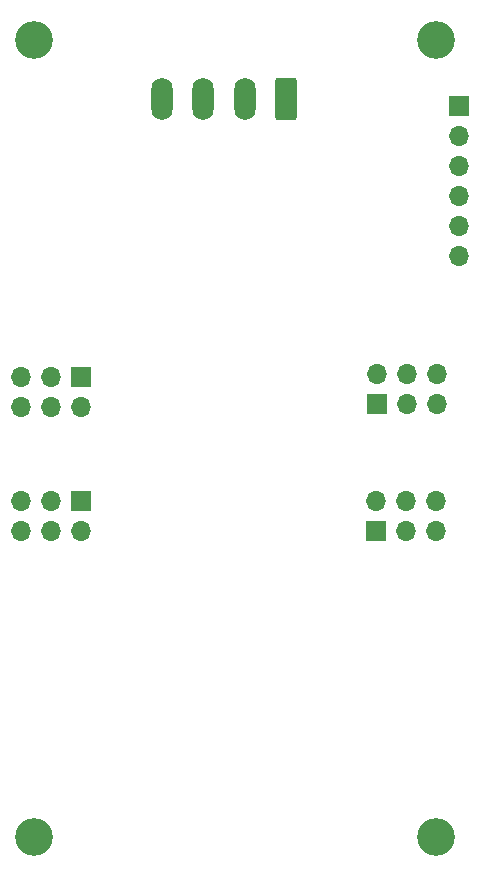
<source format=gbr>
%TF.GenerationSoftware,KiCad,Pcbnew,8.0.2*%
%TF.CreationDate,2024-10-12T15:01:18+02:00*%
%TF.ProjectId,OS-servoDriver,4f532d73-6572-4766-9f44-72697665722e,rev?*%
%TF.SameCoordinates,Original*%
%TF.FileFunction,Soldermask,Bot*%
%TF.FilePolarity,Negative*%
%FSLAX46Y46*%
G04 Gerber Fmt 4.6, Leading zero omitted, Abs format (unit mm)*
G04 Created by KiCad (PCBNEW 8.0.2) date 2024-10-12 15:01:18*
%MOMM*%
%LPD*%
G01*
G04 APERTURE LIST*
G04 Aperture macros list*
%AMRoundRect*
0 Rectangle with rounded corners*
0 $1 Rounding radius*
0 $2 $3 $4 $5 $6 $7 $8 $9 X,Y pos of 4 corners*
0 Add a 4 corners polygon primitive as box body*
4,1,4,$2,$3,$4,$5,$6,$7,$8,$9,$2,$3,0*
0 Add four circle primitives for the rounded corners*
1,1,$1+$1,$2,$3*
1,1,$1+$1,$4,$5*
1,1,$1+$1,$6,$7*
1,1,$1+$1,$8,$9*
0 Add four rect primitives between the rounded corners*
20,1,$1+$1,$2,$3,$4,$5,0*
20,1,$1+$1,$4,$5,$6,$7,0*
20,1,$1+$1,$6,$7,$8,$9,0*
20,1,$1+$1,$8,$9,$2,$3,0*%
G04 Aperture macros list end*
%ADD10R,1.700000X1.700000*%
%ADD11O,1.700000X1.700000*%
%ADD12C,3.200000*%
%ADD13RoundRect,0.250000X0.650000X1.550000X-0.650000X1.550000X-0.650000X-1.550000X0.650000X-1.550000X0*%
%ADD14O,1.800000X3.600000*%
G04 APERTURE END LIST*
D10*
%TO.C,J801*%
X132920000Y-146540000D03*
D11*
X132920000Y-144000000D03*
X135460000Y-146540000D03*
X135460000Y-144000000D03*
X138000000Y-146540000D03*
X138000000Y-144000000D03*
%TD*%
D12*
%TO.C,REF\u002A\u002A*%
X104000000Y-172500000D03*
%TD*%
%TO.C,REF\u002A\u002A*%
X138000000Y-172500000D03*
%TD*%
D10*
%TO.C,J1001*%
X108025000Y-133500000D03*
D11*
X108025000Y-136040000D03*
X105485000Y-133500000D03*
X105485000Y-136040000D03*
X102945000Y-133500000D03*
X102945000Y-136040000D03*
%TD*%
D10*
%TO.C,J701*%
X133047000Y-135809000D03*
D11*
X133047000Y-133269000D03*
X135587000Y-135809000D03*
X135587000Y-133269000D03*
X138127000Y-135809000D03*
X138127000Y-133269000D03*
%TD*%
D10*
%TO.C,J901*%
X108025000Y-144000000D03*
D11*
X108025000Y-146540000D03*
X105485000Y-144000000D03*
X105485000Y-146540000D03*
X102945000Y-144000000D03*
X102945000Y-146540000D03*
%TD*%
D10*
%TO.C,J201*%
X140000000Y-110615805D03*
D11*
X140000000Y-113155805D03*
X140000000Y-115695805D03*
X140000000Y-118235805D03*
X140000000Y-120775805D03*
X140000000Y-123315805D03*
%TD*%
D12*
%TO.C,REF\u002A\u002A*%
X138000000Y-105000000D03*
%TD*%
D13*
%TO.C,J101*%
X125349000Y-110000000D03*
D14*
X121849000Y-110000000D03*
X118349000Y-110000000D03*
X114849000Y-110000000D03*
%TD*%
D12*
%TO.C,REF\u002A\u002A*%
X104000000Y-105000000D03*
%TD*%
M02*

</source>
